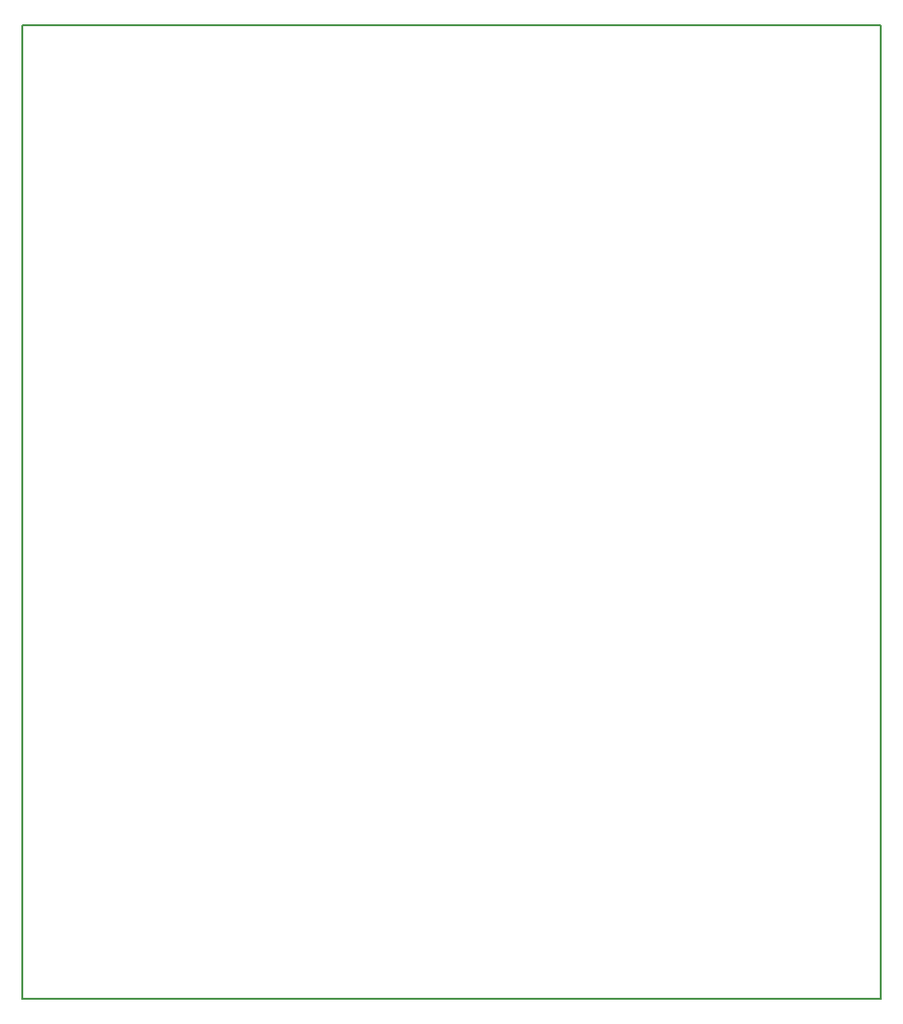
<source format=gbr>
G04 #@! TF.GenerationSoftware,KiCad,Pcbnew,(5.0-dev-4115-gdd04bcb)*
G04 #@! TF.CreationDate,2018-03-20T15:09:56-07:00*
G04 #@! TF.ProjectId,Thermocouple Data Logger,546865726D6F636F75706C6520446174,1*
G04 #@! TF.SameCoordinates,Original*
G04 #@! TF.FileFunction,Profile,NP*
%FSLAX46Y46*%
G04 Gerber Fmt 4.6, Leading zero omitted, Abs format (unit mm)*
G04 Created by KiCad (PCBNEW (5.0-dev-4115-gdd04bcb)) date Tuesday, March 20, 2018 at 03:09:56 PM*
%MOMM*%
%LPD*%
G01*
G04 APERTURE LIST*
%ADD10C,0.150000*%
G04 APERTURE END LIST*
D10*
X184000000Y-134000000D02*
X184000000Y-49000000D01*
X109000000Y-49000000D02*
X109000000Y-134000000D01*
X109000000Y-49000000D02*
X184000000Y-49000000D01*
X109000000Y-134000000D02*
X184000000Y-134000000D01*
M02*

</source>
